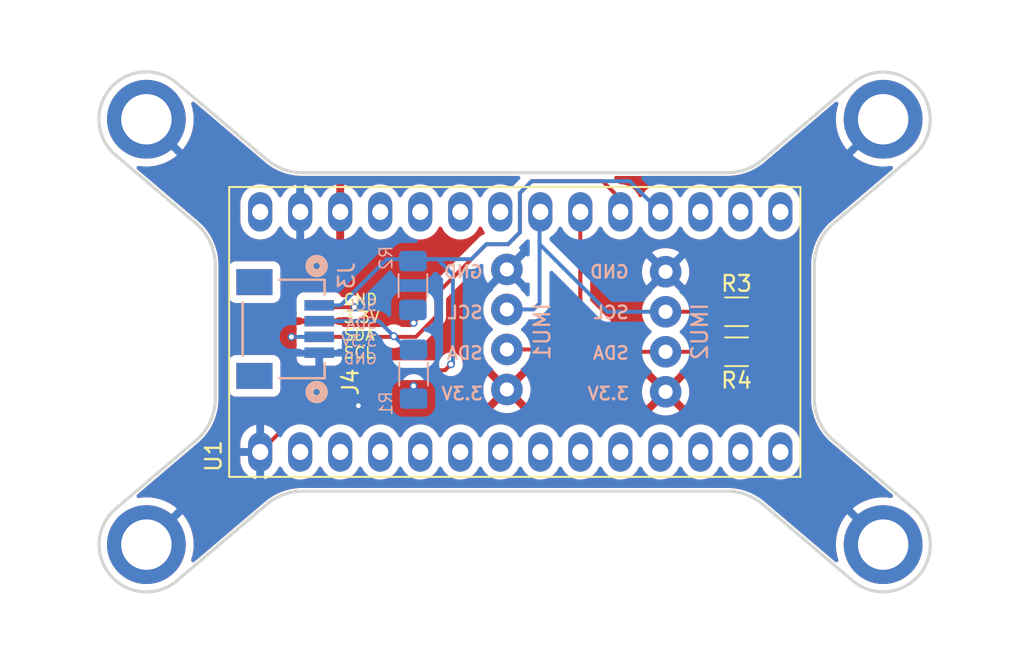
<source format=kicad_pcb>
(kicad_pcb (version 20221018) (generator pcbnew)
  (layers (0 "F.Cu" signal) (31 "B.Cu" signal) (34 "B.Paste" user) (35 "F.Paste" user) (36 "B.SilkS" user "B.Silkscreen") (37 "F.SilkS" user "F.Silkscreen") (38 "B.Mask" user) (39 "F.Mask" user) (44 "Edge.Cuts" user))
  (net 0 "")
  (net 22 "GND")
  (net 23 "+3.3V")
  (net 24 "/SDA0")
  (net 25 "/SCL0")
  (net 26 "/SDA1")
  (net 27 "/SCL1")
  (footprint "Resistor_SMD:R_1206_3216Metric_Pad1.30x1.75mm_HandSolder" (layer "F.Cu") (at 161 101.83 180)
    (fp_text reference "R4" (at 0 -1.82) (layer "F.SilkS"))
    (fp_text value "R")
    (fp_line (start -0.727064 -0.91) (end 0.727064 -0.91) (stroke (width 0.12)) (layer "F.SilkS"))
    (fp_line (start -0.727064 0.91) (end 0.727064 0.91) (stroke (width 0.12)) (layer "F.SilkS"))
    (pad "1" smd roundrect (at -1.55 0 180) (size 1.3 1.75) (layers "F.Cu" "F.Paste" "F.Mask") (roundrect_rratio 0.1923076923) (net 23 "+3.3V"))
    (pad "2" smd roundrect (at 1.55 0 180) (size 1.3 1.75) (layers "F.Cu" "F.Paste" "F.Mask") (roundrect_rratio 0.1923076923) (net 24 "/SDA0"))
  )
  (footprint "MountingHole:MountingHole_3.2mm_M3_DIN965_Pad" (layer "F.Cu") (at 123.542941 114.070002)
    (fp_text reference "H3" hide)
    (fp_text value "MountingHole" hide)
    (pad "1" thru_hole circle (at 0 0) (size 5 5) (drill 3.2) (layers "*.Cu" "*.Mask") (net 22 "GND"))
  )
  (footprint "MountingHole:MountingHole_3.2mm_M3_DIN965_Pad" (layer "F.Cu") (at 170.308313 87.070002)
    (fp_text reference "H2" hide)
    (fp_text value "MountingHole" hide)
    (pad "1" thru_hole circle (at 0 0) (size 5 5) (drill 3.2) (layers "*.Cu" "*.Mask") (net 22 "GND"))
  )
  (footprint "Resistor_SMD:R_1206_3216Metric_Pad1.30x1.75mm_HandSolder" (layer "F.Cu") (at 161 99.29 180)
    (fp_text reference "R3" (at 0 1.79) (layer "F.SilkS"))
    (fp_text value "R")
    (fp_line (start -0.727064 -0.91) (end 0.727064 -0.91) (stroke (width 0.12)) (layer "F.SilkS"))
    (fp_line (start -0.727064 0.91) (end 0.727064 0.91) (stroke (width 0.12)) (layer "F.SilkS"))
    (pad "1" smd roundrect (at -1.55 0 180) (size 1.3 1.75) (layers "F.Cu" "F.Paste" "F.Mask") (roundrect_rratio 0.1923076923) (net 23 "+3.3V"))
    (pad "2" smd roundrect (at 1.55 0 180) (size 1.3 1.75) (layers "F.Cu" "F.Paste" "F.Mask") (roundrect_rratio 0.1923076923) (net 25 "/SCL0"))
  )
  (footprint "MountingHole:MountingHole_3.2mm_M3_DIN965_Pad" (layer "F.Cu") (at 170.308313 114.070002)
    (fp_text reference "H4" hide)
    (fp_text value "MountingHole" hide)
    (pad "1" thru_hole circle (at 0 0) (size 5 5) (drill 3.2) (layers "*.Cu" "*.Mask") (net 22 "GND"))
  )
  (footprint "MountingHole:MountingHole_3.2mm_M3_DIN965_Pad" (layer "F.Cu") (at 123.542941 87.070002)
    (fp_text reference "H1" hide)
    (fp_text value "MountingHole" hide)
    (pad "1" thru_hole circle (at 0 0) (size 5 5) (drill 3.2) (layers "*.Cu" "*.Mask") (net 22 "GND"))
  )
  (footprint "MasterThesis_library:PRT-14417" (layer "F.Cu") (at 132.25 100.38435 90)
    (fp_text reference "J4" (at -3.36565 4.25 90 unlocked) (layer "F.SilkS"))
    (fp_text value "~" hide)
    (fp_circle (center 4 2.0985) (end 4.2 2.0985) (stroke (width 0.508)) (fill none) (layer "B.SilkS"))
    (fp_line (start -3.1242 -0.3) (end -3.1242 2.6035) (stroke (width 0.1524)) (layer "F.SilkS"))
    (fp_line (start -3.1242 2.6035) (end -2.16294 2.6035) (stroke (width 0.1524)) (layer "F.SilkS"))
    (fp_line (start 1.7 -2.6) (end -1.7 -2.6035) (stroke (width 0.1524)) (layer "F.SilkS"))
    (fp_line (start 2.16294 2.6035) (end 3.1242 2.6035) (stroke (width 0.1524)) (layer "F.SilkS"))
    (fp_line (start 3.1242 2.6035) (end 3.1242 -0.3) (stroke (width 0.1524)) (layer "F.SilkS"))
    (fp_circle (center 4 2.1) (end 4.2 2.1) (stroke (width 0.508)) (fill none) (layer "F.SilkS"))
    (pad "1" smd rect locked (at 1.5 2.2619 90) (size 0.6604 1.8762) (layers "F.Cu" "F.Paste" "F.Mask") (net 22 "GND"))
    (pad "2" smd rect locked (at 0.499999 2.2619 90) (size 0.6604 1.8762) (layers "F.Cu" "F.Paste" "F.Mask") (net 23 "+3.3V"))
    (pad "3" smd rect locked (at -0.499999 2.2619 90) (size 0.6604 1.8762) (layers "F.Cu" "F.Paste" "F.Mask") (net 26 "/SDA1"))
    (pad "4" smd rect locked (at -1.5 2.2619 90) (size 0.6604 1.8762) (layers "F.Cu" "F.Paste" "F.Mask") (net 27 "/SCL1"))
    (pad "5" smd rect locked (at -2.976149 -1.85 180) (size 2.3 1.6477) (layers "F.Cu" "F.Paste" "F.Mask"))
    (pad "6" smd rect locked (at 2.976149 -1.85 180) (size 2.3 1.6477) (layers "F.Cu" "F.Paste" "F.Mask"))
  )
  (footprint "MasterThesis_library:Teensy_4.0" (layer "F.Cu") (at 147.275634 100.57 90)
    (fp_text reference "U1" (at -7.88 -19.475634 90) (layer "F.SilkS"))
    (fp_text value "Teensy_4.0" hide)
    (fp_line (start -9.2 -18.48) (end 9.2 -18.48) (stroke (width 0.127)) (layer "F.SilkS"))
    (fp_line (start -9.2 17.78) (end -9.2 -18.48) (stroke (width 0.127)) (layer "F.SilkS"))
    (fp_line (start 9.2 -18.48) (end 9.2 17.78) (stroke (width 0.127)) (layer "F.SilkS"))
    (fp_line (start 9.2 17.78) (end -9.2 17.78) (stroke (width 0.127)) (layer "F.SilkS"))
    (pad "0" thru_hole oval locked (at -7.62 -13.97 90) (size 2.5 1.53) (drill 1.02) (layers "*.Cu" "*.Mask"))
    (pad "1" thru_hole oval locked (at -7.62 -11.43 90) (size 2.5 1.53) (drill 1.02) (layers "*.Cu" "*.Mask"))
    (pad "2" thru_hole oval locked (at -7.62 -8.89 90) (size 2.5 1.53) (drill 1.02) (layers "*.Cu" "*.Mask"))
    (pad "3" thru_hole oval locked (at -7.62 -6.35 90) (size 2.5 1.53) (drill 1.02) (layers "*.Cu" "*.Mask"))
    (pad "3.3V_2" thru_hole oval locked (at 7.62 -11.43 90) (size 2.5 1.53) (drill 1.02) (layers "*.Cu" "*.Mask") (net 23 "+3.3V"))
    (pad "4" thru_hole oval locked (at -7.62 -3.81 90) (size 2.5 1.53) (drill 1.02) (layers "*.Cu" "*.Mask"))
    (pad "5" thru_hole oval locked (at -7.62 -1.27 90) (size 2.5 1.53) (drill 1.02) (layers "*.Cu" "*.Mask"))
    (pad "6" thru_hole oval locked (at -7.62 1.27 90) (size 2.5 1.53) (drill 1.02) (layers "*.Cu" "*.Mask"))
    (pad "7" thru_hole oval locked (at -7.62 3.81 90) (size 2.5 1.53) (drill 1.02) (layers "*.Cu" "*.Mask"))
    (pad "8" thru_hole oval locked (at -7.62 6.35 90) (size 2.5 1.53) (drill 1.02) (layers "*.Cu" "*.Mask"))
    (pad "9" thru_hole oval locked (at -7.62 8.89 90) (size 2.5 1.53) (drill 1.02) (layers "*.Cu" "*.Mask"))
    (pad "10" thru_hole oval locked (at -7.62 11.43 90) (size 2.5 1.53) (drill 1.02) (layers "*.Cu" "*.Mask"))
    (pad "11" thru_hole oval locked (at -7.62 13.97 90) (size 2.5 1.53) (drill 1.02) (layers "*.Cu" "*.Mask"))
    (pad "12" thru_hole oval locked (at -7.62 16.51 90) (size 2.5 1.53) (drill 1.02) (layers "*.Cu" "*.Mask"))
    (pad "13" thru_hole oval locked (at 7.62 16.51 90) (size 2.5 1.53) (drill 1.02) (layers "*.Cu" "*.Mask"))
    (pad "14" thru_hole oval locked (at 7.62 13.97 90) (size 2.5 1.53) (drill 1.02) (layers "*.Cu" "*.Mask"))
    (pad "15" thru_hole oval locked (at 7.62 11.43 90) (size 2.5 1.53) (drill 1.02) (layers "*.Cu" "*.Mask"))
    (pad "16" thru_hole oval locked (at 7.62 8.89 90) (size 2.5 1.53) (drill 1.02) (layers "*.Cu" "*.Mask") (net 27 "/SCL1"))
    (pad "17" thru_hole oval locked (at 7.62 6.35 90) (size 2.5 1.53) (drill 1.02) (layers "*.Cu" "*.Mask") (net 26 "/SDA1"))
    (pad "18" thru_hole oval locked (at 7.62 3.81 90) (size 2.5 1.53) (drill 1.02) (layers "*.Cu" "*.Mask") (net 24 "/SDA0"))
    (pad "19" thru_hole oval locked (at 7.62 1.27 90) (size 2.5 1.53) (drill 1.02) (layers "*.Cu" "*.Mask") (net 25 "/SCL0"))
    (pad "20" thru_hole oval locked (at 7.62 -1.27 90) (size 2.5 1.53) (drill 1.02) (layers "*.Cu" "*.Mask"))
    (pad "21" thru_hole oval locked (at 7.62 -3.81 90) (size 2.5 1.53) (drill 1.02) (layers "*.Cu" "*.Mask"))
    (pad "22" thru_hole oval locked (at 7.62 -6.35 90) (size 2.5 1.53) (drill 1.02) (layers "*.Cu" "*.Mask"))
    (pad "23" thru_hole oval locked (at 7.62 -8.89 90) (size 2.5 1.53) (drill 1.02) (layers "*.Cu" "*.Mask"))
    (pad "G1" thru_hole oval locked (at -7.62 -16.51 90) (size 2.5 1.53) (drill 1.02) (layers "*.Cu" "*.Mask") (net 22 "GND"))
    (pad "G3" thru_hole oval locked (at 7.62 -13.97 90) (size 2.5 1.53) (drill 1.02) (layers "*.Cu" "*.Mask") (net 22 "GND"))
    (pad "VIN" thru_hole oval locked (at 7.62 -16.51 90) (size 2.5 1.53) (drill 1.02) (layers "*.Cu" "*.Mask"))
  )
  (footprint "Resistor_SMD:R_1206_3216Metric_Pad1.30x1.75mm_HandSolder" (layer "B.Cu") (at 140.46 97.621666 90)
    (fp_text reference "R2" (at 1.75055 -1.71 270) (layer "B.SilkS") (effects (font (size 0.8 0.8) (thickness 0.1)) (justify mirror)))
    (fp_text value "R")
    (fp_line (start -0.727064 -0.91) (end 0.727064 -0.91) (stroke (width 0.12)) (layer "B.SilkS"))
    (fp_line (start -0.727064 0.91) (end 0.727064 0.91) (stroke (width 0.12)) (layer "B.SilkS"))
    (pad "1" smd roundrect (at -1.55 0 90) (size 1.3 1.75) (layers "B.Cu" "B.Paste" "B.Mask") (roundrect_rratio 0.1923076923) (net 23 "+3.3V"))
    (pad "2" smd roundrect (at 1.55 0 90) (size 1.3 1.75) (layers "B.Cu" "B.Paste" "B.Mask") (roundrect_rratio 0.1923076923) (net 27 "/SCL1"))
  )
  (footprint "MasterThesis_library:PRT-14417" (layer "B.Cu") (at 132.25 100.38435 -90)
    (fp_text reference "J3" (at -3.38435 -4 90 unlocked) (layer "B.SilkS") (effects (justify mirror)))
    (fp_text value "~" hide)
    (fp_line (start -3.1242 -2.6035) (end -2.16294 -2.6035) (stroke (width 0.1524)) (layer "B.SilkS"))
    (fp_line (start -3.1242 0.3) (end -3.1242 -2.6035) (stroke (width 0.1524)) (layer "B.SilkS"))
    (fp_line (start 1.7 2.6) (end -1.7 2.6035) (stroke (width 0.1524)) (layer "B.SilkS"))
    (fp_line (start 2.16294 -2.6035) (end 3.1242 -2.6035) (stroke (width 0.1524)) (layer "B.SilkS"))
    (fp_line (start 3.1242 -2.6035) (end 3.1242 0.3) (stroke (width 0.1524)) (layer "B.SilkS"))
    (fp_circle (center 4 -2.1) (end 4.2 -2.1) (stroke (width 0.508)) (fill none) (layer "B.SilkS"))
    (fp_circle (center 4 -2.0985) (end 4.2 -2.0985) (stroke (width 0.508)) (fill none) (layer "F.SilkS"))
    (pad "1" smd rect locked (at 1.5 -2.2619 270) (size 0.6604 1.8762) (layers "B.Cu" "B.Paste" "B.Mask") (net 22 "GND"))
    (pad "2" smd rect locked (at 0.499999 -2.2619 270) (size 0.6604 1.8762) (layers "B.Cu" "B.Paste" "B.Mask") (net 23 "+3.3V"))
    (pad "3" smd rect locked (at -0.499999 -2.2619 270) (size 0.6604 1.8762) (layers "B.Cu" "B.Paste" "B.Mask") (net 26 "/SDA1"))
    (pad "4" smd rect locked (at -1.5 -2.2619 270) (size 0.6604 1.8762) (layers "B.Cu" "B.Paste" "B.Mask") (net 27 "/SCL1"))
    (pad "5" smd rect locked (at -2.976149 1.85 180) (size 2.3 1.6477) (layers "B.Cu" "B.Paste" "B.Mask"))
    (pad "6" smd rect locked (at 2.976149 1.85 180) (size 2.3 1.6477) (layers "B.Cu" "B.Paste" "B.Mask"))
  )
  (footprint "MasterThesis_library:4 pin header" (layer "B.Cu") (at 156.500634 104.37 90)
    (fp_text reference "J2" hide)
    (fp_text value "4_pin_header")
    (pad "1" thru_hole circle (at 0 0 90) (size 2 2) (drill 0.9) (layers "*.Cu" "*.Mask") (net 23 "+3.3V"))
    (pad "2" thru_hole circle (at 2.54 0 90) (size 2 2) (drill 0.9) (layers "*.Cu" "*.Mask") (net 24 "/SDA0"))
    (pad "3" thru_hole circle (at 5.08 0 90) (size 2 2) (drill 0.9) (layers "*.Cu" "*.Mask") (net 25 "/SCL0"))
    (pad "4" thru_hole circle (at 7.62 0 90) (size 2 2) (drill 0.9) (layers "*.Cu" "*.Mask") (net 22 "GND"))
  )
  (footprint "Resistor_SMD:R_1206_3216Metric_Pad1.30x1.75mm_HandSolder" (layer "B.Cu") (at 140.5 103.25 90)
    (fp_text reference "R1" (at -1.860551 -1.75 270) (layer "B.SilkS") (effects (font (size 0.8 0.8) (thickness 0.1)) (justify mirror)))
    (fp_text value "R")
    (fp_line (start -0.727064 -0.91) (end 0.727064 -0.91) (stroke (width 0.12)) (layer "B.SilkS"))
    (fp_line (start -0.727064 0.91) (end 0.727064 0.91) (stroke (width 0.12)) (layer "B.SilkS"))
    (pad "1" smd roundrect (at -1.55 0 90) (size 1.3 1.75) (layers "B.Cu" "B.Paste" "B.Mask") (roundrect_rratio 0.1923076923) (net 23 "+3.3V"))
    (pad "2" smd roundrect (at 1.55 0 90) (size 1.3 1.75) (layers "B.Cu" "B.Paste" "B.Mask") (roundrect_rratio 0.1923076923) (net 26 "/SDA1"))
  )
  (footprint "MasterThesis_library:4 pin header" (layer "B.Cu") (at 146.425634 104.222 90)
    (fp_text reference "J1" hide)
    (fp_text value "4_pin_header")
    (pad "1" thru_hole circle locked (at 0 0 90) (size 2 2) (drill 0.9) (layers "*.Cu" "*.Mask") (net 23 "+3.3V"))
    (pad "2" thru_hole circle locked (at 2.54 0 90) (size 2 2) (drill 0.9) (layers "*.Cu" "*.Mask") (net 24 "/SDA0"))
    (pad "3" thru_hole circle locked (at 5.08 0 90) (size 2 2) (drill 0.9) (layers "*.Cu" "*.Mask") (net 25 "/SCL0"))
    (pad "4" thru_hole circle locked (at 7.62 0 90) (size 2 2) (drill 0.9) (layers "*.Cu" "*.Mask") (net 22 "GND"))
  )
  (gr_arc locked (start 168.365382 84.784176) (mid 172.594157 85.127062) (end 172.251254 89.355828) (stroke (width 0.2)) (layer "Edge.Cuts"))
  (gr_arc locked (start 160.392545 110.672502) (mid 161.600063 110.887406) (end 162.659305 111.505706) (stroke (width 0.2)) (layer "Edge.Cuts"))
  (gr_arc locked (start 131.191949 111.505706) (mid 132.251188 110.8874) (end 133.458709 110.672502) (stroke (width 0.2)) (layer "Edge.Cuts"))
  (gr_arc locked (start 162.659309 89.634299) (mid 161.600072 90.252611) (end 160.39255 90.467502) (stroke (width 0.2)) (layer "Edge.Cuts"))
  (gr_arc locked (start 165.935627 96.342618) (mid 166.258858 94.873542) (end 167.168869 93.675821) (stroke (width 0.2)) (layer "Edge.Cuts"))
  (gr_line locked (start 127.915627 96.342618) (end 127.915627 104.797382) (stroke (width 0.2)) (layer "Edge.Cuts"))
  (gr_arc locked (start 133.458704 90.467502) (mid 132.251183 90.252604) (end 131.191945 89.634299) (stroke (width 0.2)) (layer "Edge.Cuts"))
  (gr_line locked (start 168.365382 84.784176) (end 162.659309 89.634299) (stroke (width 0.2)) (layer "Edge.Cuts"))
  (gr_line locked (start 126.682387 107.464178) (end 121.600001 111.784175) (stroke (width 0.2)) (layer "Edge.Cuts"))
  (gr_line locked (start 167.168869 93.675821) (end 172.251254 89.355828) (stroke (width 0.2)) (layer "Edge.Cuts"))
  (gr_line locked (start 172.251253 111.784175) (end 167.168867 107.464178) (stroke (width 0.2)) (layer "Edge.Cuts"))
  (gr_line locked (start 165.935627 104.797383) (end 165.935627 96.342618) (stroke (width 0.2)) (layer "Edge.Cuts"))
  (gr_line locked (start 160.39255 90.467502) (end 133.458704 90.467502) (stroke (width 0.2)) (layer "Edge.Cuts"))
  (gr_arc locked (start 126.682386 93.675822) (mid 127.592391 94.873547) (end 127.915627 96.342618) (stroke (width 0.2)) (layer "Edge.Cuts"))
  (gr_line locked (start 131.191945 89.634299) (end 125.485872 84.784176) (stroke (width 0.2)) (layer "Edge.Cuts"))
  (gr_arc locked (start 127.915627 104.797382) (mid 127.592392 106.266454) (end 126.682387 107.464178) (stroke (width 0.2)) (layer "Edge.Cuts"))
  (gr_line locked (start 125.48588 116.355829) (end 131.191949 111.505706) (stroke (width 0.2)) (layer "Edge.Cuts"))
  (gr_arc locked (start 121.6 89.355828) (mid 121.25711 85.127066) (end 125.485872 84.784176) (stroke (width 0.2)) (layer "Edge.Cuts"))
  (gr_line locked (start 162.659305 111.505706) (end 168.365373 116.35583) (stroke (width 0.2)) (layer "Edge.Cuts"))
  (gr_line locked (start 121.6 89.355828) (end 126.682386 93.675822) (stroke (width 0.2)) (layer "Edge.Cuts"))
  (gr_arc locked (start 125.48588 116.355829) (mid 121.257114 116.012941) (end 121.600001 111.784175) (stroke (width 0.2)) (layer "Edge.Cuts"))
  (gr_line locked (start 133.458709 110.672502) (end 160.392545 110.672502) (stroke (width 0.2)) (layer "Edge.Cuts"))
  (gr_arc locked (start 172.251253 111.784175) (mid 172.594147 116.012936) (end 168.365373 116.35583) (stroke (width 0.2)) (layer "Edge.Cuts"))
  (gr_arc locked (start 167.168867 107.464178) (mid 166.258863 106.266454) (end 165.935627 104.797383) (stroke (width 0.2)) (layer "Edge.Cuts"))
  (gr_text locked "GND\n\nSCL\n\nSDA\n\n3.3V" (at 144.975555 104.95275) (layer "B.SilkS") (effects (font (size 0.8 0.8)) (justify left bottom mirror)))
  (gr_text "IMU2" (at 159.25 98.635477 90) (layer "B.SilkS") (effects (font (size 1 1)) (justify left bottom mirror)))
  (gr_text "IMU1" (at 149.25 98.635477 90) (layer "B.SilkS") (effects (font (size 1 1)) (justify left bottom mirror)))
  (gr_text "SCL\nSDA\n3.3V\nGND" (at 138.25 102.6755) (layer "B.SilkS") (effects (font (size 0.7 0.7) (thickness 0.1) bold) (justify left bottom mirror)))
  (gr_text "GND\n\nSCL\n\nSDA\n\n3.3V" (at 154.25 104.95275) (layer "B.SilkS") (effects (font (size 0.8 0.8)) (justify left bottom mirror)))
  (gr_text "GND\n3.3V\nSDA\nSCL" (at 136 102.3042) (layer "F.SilkS") (effects (font (size 0.7 0.7) (thickness 0.1) bold) (justify left bottom)))
  (segment (start 137 105.25) (end 136.25 106) (width 0.25) (layer "F.Cu") (net 22))
  (segment (start 132.955634 106) (end 130.765634 108.19) (width 0.25) (layer "F.Cu") (net 22))
  (segment (start 136.75 99) (end 134.62755 99) (width 0.25) (layer "F.Cu") (net 22))
  (segment (start 136.25 106) (end 132.955634 106) (width 0.25) (layer "F.Cu") (net 22))
  (segment (start 134.62755 99) (end 134.5119 98.88435) (width 0.25) (layer "F.Cu") (net 22))
  (via (at 137 105.25) (size 0.5) (drill 0.3) (layers "F.Cu" "B.Cu") (net 22))
  (via (at 136.75 99) (size 0.5) (drill 0.3) (layers "F.Cu" "B.Cu") (net 22))
  (segment (start 137 102.75) (end 136.13435 101.88435) (width 0.25) (layer "B.Cu") (net 22))
  (segment (start 137 105.25) (end 137 102.75) (width 0.25) (layer "B.Cu") (net 22))
  (segment (start 136.13435 101.88435) (end 134.5119 101.88435) (width 0.25) (layer "B.Cu") (net 22))
  (via (at 132.75 100.884349) (size 0.5) (drill 0.3) (layers "F.Cu" "B.Cu") (net 23))
  (via (at 140.5 100) (size 0.5) (drill 0.3) (layers "F.Cu" "B.Cu") (net 23))
  (via (at 140.5 104) (size 0.5) (drill 0.3) (layers "F.Cu" "B.Cu") (net 23))
  (segment (start 140.46 99.05055) (end 140.46 99.96) (width 0.25) (layer "B.Cu") (net 23))
  (segment (start 140.5 105.189449) (end 140.5 104) (width 0.25) (layer "B.Cu") (net 23))
  (segment (start 140.46 99.96) (end 140.5 100) (width 0.25) (layer "B.Cu") (net 23))
  (segment (start 132.75 100.884349) (end 134.5119 100.884349) (width 0.25) (layer "B.Cu") (net 23))
  (segment (start 146.425634 101.682) (end 148.318 101.682) (width 0.25) (layer "F.Cu") (net 24))
  (segment (start 156.500634 101.83) (end 154.08 101.83) (width 0.25) (layer "F.Cu") (net 24))
  (segment (start 154.08 101.83) (end 151.085634 98.835634) (width 0.25) (layer "F.Cu") (net 24))
  (segment (start 151.085634 98.835634) (end 151.085634 95) (width 0.25) (layer "F.Cu") (net 24))
  (segment (start 148.318 101.682) (end 151.085634 98.914366) (width 0.25) (layer "F.Cu") (net 24))
  (segment (start 151.085634 95) (end 151.085634 92.95) (width 0.25) (layer "F.Cu") (net 24))
  (segment (start 151.085634 98.914366) (end 151.085634 95) (width 0.25) (layer "F.Cu") (net 24))
  (segment (start 156.500634 101.83) (end 159.45 101.83) (width 0.25) (layer "F.Cu") (net 24))
  (segment (start 159.45 99.29) (end 156.500634 99.29) (width 0.25) (layer "F.Cu") (net 25))
  (segment (start 148.108 99.142) (end 148.5 98.75) (width 0.25) (layer "B.Cu") (net 25))
  (segment (start 146.425634 99.142) (end 148.108 99.142) (width 0.25) (layer "B.Cu") (net 25))
  (segment (start 156.500634 99.29) (end 152.79 99.29) (width 0.25) (layer "B.Cu") (net 25))
  (segment (start 152.79 99.29) (end 148.5 95) (width 0.25) (layer "B.Cu") (net 25))
  (segment (start 148.5 98.75) (end 148.5 94.5) (width 0.25) (layer "B.Cu") (net 25))
  (segment (start 148.5 92.995634) (end 148.545634 92.95) (width 0.25) (layer "B.Cu") (net 25))
  (segment (start 148.5 95) (end 148.5 94.5) (width 0.25) (layer "B.Cu") (net 25))
  (segment (start 148.5 94.5) (end 148.5 92.995634) (width 0.25) (layer "B.Cu") (net 25))
  (segment (start 145.125 95) (end 146.5 95) (width 0.25) (layer "F.Cu") (net 26))
  (segment (start 147.25 94.25) (end 147.25 91.75) (width 0.25) (layer "F.Cu") (net 26))
  (segment (start 140.640956 100.884349) (end 134.5119 100.884349) (width 0.25) (layer "F.Cu") (net 26))
  (segment (start 146.5 95) (end 147.25 94.25) (width 0.25) (layer "F.Cu") (net 26))
  (segment (start 152.5 91) (end 153.625634 92.125634) (width 0.25) (layer "F.Cu") (net 26))
  (segment (start 153.625634 92.125634) (end 153.625634 92.95) (width 0.25) (layer "F.Cu") (net 26))
  (segment (start 141.9375 98.1875) (end 145.125 95) (width 0.25) (layer "F.Cu") (net 26))
  (segment (start 141.9375 98.1875) (end 141.9375 99.587805) (width 0.25) (layer "F.Cu") (net 26))
  (segment (start 141.9375 99.587805) (end 140.640956 100.884349) (width 0.25) (layer "F.Cu") (net 26))
  (segment (start 148 91) (end 152.5 91) (width 0.25) (layer "F.Cu") (net 26))
  (segment (start 147.25 91.75) (end 148 91) (width 0.25) (layer "F.Cu") (net 26))
  (via (at 139.25 100.839449) (size 0.5) (drill 0.3) (layers "F.Cu" "B.Cu") (net 26))
  (segment (start 138.294902 99.884351) (end 134.5119 99.884351) (width 0.25) (layer "B.Cu") (net 26))
  (segment (start 139.25 100.839449) (end 140.5 102.089449) (width 0.25) (layer "B.Cu") (net 26))
  (segment (start 139.25 100.839449) (end 138.294902 99.884351) (width 0.25) (layer "B.Cu") (net 26))
  (segment (start 142.5 103) (end 138.25 103) (width 0.25) (layer "F.Cu") (net 27))
  (segment (start 142.875 102.625) (end 142.5 103) (width 0.25) (layer "F.Cu") (net 27))
  (segment (start 137.13435 101.88435) (end 134.5119 101.88435) (width 0.25) (layer "F.Cu") (net 27))
  (segment (start 138.25 103) (end 137.13435 101.88435) (width 0.25) (layer "F.Cu") (net 27))
  (via (at 142.875 102.625) (size 0.5) (drill 0.3) (layers "F.Cu" "B.Cu") (net 27))
  (segment (start 148 91) (end 147.25 91.75) (width 0.25) (layer "B.Cu") (net 27))
  (segment (start 144.17445 95.95055) (end 138.79945 95.95055) (width 0.25) (layer "B.Cu") (net 27))
  (segment (start 135.86565 98.88435) (end 134.5119 98.88435) (width 0.25) (layer "B.Cu") (net 27))
  (segment (start 154.215634 91) (end 148 91) (width 0.25) (layer "B.Cu") (net 27))
  (segment (start 145.125 95) (end 144.17445 95.95055) (width 0.25) (layer "B.Cu") (net 27))
  (segment (start 146.5 95) (end 145.125 95) (width 0.25) (layer "B.Cu") (net 27))
  (segment (start 142.875 102.625) (end 143 102.5) (width 0.25) (layer "B.Cu") (net 27))
  (segment (start 143 96.92455) (end 142.026 95.95055) (width 0.25) (layer "B.Cu") (net 27))
  (segment (start 138.79945 95.95055) (end 135.86565 98.88435) (width 0.25) (layer "B.Cu") (net 27))
  (segment (start 143 102.5) (end 143 96.92455) (width 0.25) (layer "B.Cu") (net 27))
  (segment (start 147.25 91.75) (end 147.25 94.25) (width 0.25) (layer "B.Cu") (net 27))
  (segment (start 142.026 95.95055) (end 140.46 95.95055) (width 0.25) (layer "B.Cu") (net 27))
  (segment (start 156.165634 92.95) (end 154.215634 91) (width 0.25) (layer "B.Cu") (net 27))
  (segment (start 147.25 94.25) (end 146.5 95) (width 0.25) (layer "B.Cu") (net 27))
  (zone (net 23) (net_name "+3.3V") (layer "F.Cu") (connect_pads (clearance 0.5)) (min_thickness 0.25) (fill yes (thermal_gap 0.5) (thermal_bridge_width 0.5))
    (polygon (pts (xy 179.25 79.5) (xy 179.25 120.5) (xy 114.25 120.5) (xy 114.25 79.5)))
  )
  (zone (net 22) (net_name "GND") (layer "B.Cu") (connect_pads (clearance 0.5)) (min_thickness 0.25) (fill yes (thermal_gap 0.5) (thermal_bridge_width 0.5))
    (polygon (pts (xy 114.25 79.5) (xy 114.25 120.5) (xy 179.25 120.5) (xy 179.25 79.5)))
  )
)
</source>
